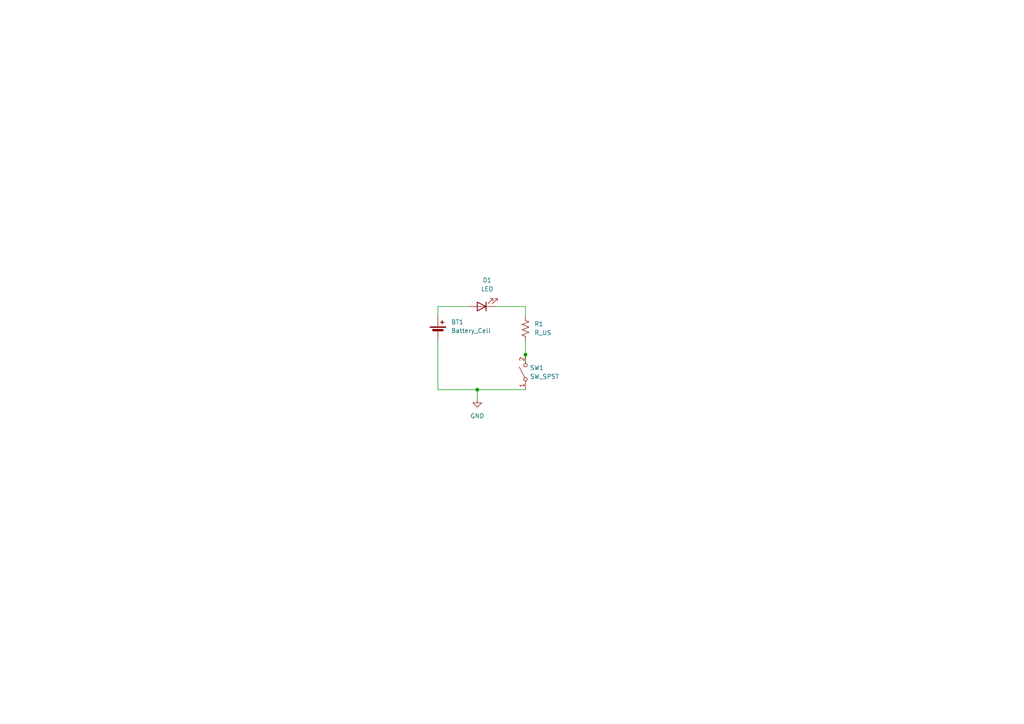
<source format=kicad_sch>
(kicad_sch (version 20231120) (generator "eeschema") (generator_version "8.0")
  (paper "A4")
  (lib_symbols
    (symbol "Device:Battery_Cell" (pin_numbers hide) (pin_names (offset 0) hide)
      (property "Reference" "BT" (at 2.54 2.54 0))
      (property "Value" "Battery_Cell" (at 2.54 0 0))
      (symbol "Battery_Cell_0_1"
        (rectangle (start -2.286 1.778) (end 2.286 1.524) (fill (type outline)))
        (rectangle (start -1.524 1.016) (end 1.524 0.508) (fill (type outline)))
        (polyline (pts (xy 0 0.762) (xy 0 0)))
        (polyline (pts (xy 0 1.778) (xy 0 2.54)))
        (polyline (pts (xy 0.762 3.048) (xy 1.778 3.048)) (stroke (width 0.254)))
        (polyline (pts (xy 1.27 3.556) (xy 1.27 2.54)) (stroke (width 0.254)))
      )
      (symbol "Battery_Cell_1_1"
        (pin passive line (at 0 5.08 270) (length 2.54) (name "+") (number "1"))
        (pin passive line (at 0 -2.54 90) (length 2.54) (name "-") (number "2"))
      )
    )
    (symbol "Device:LED" (pin_numbers hide) (pin_names (offset 1.016) hide)
      (property "Reference" "D" (at 0 2.54 0))
      (property "Value" "LED" (at 0 -2.54 0))
      (symbol "LED_0_1"
        (polyline (pts (xy -1.27 -1.27) (xy -1.27 1.27)) (stroke (width 0.254)))
        (polyline (pts (xy -1.27 0) (xy 1.27 0)))
        (polyline (pts (xy 1.27 -1.27) (xy 1.27 1.27) (xy -1.27 0) (xy 1.27 -1.27)) (stroke (width 0.254)))
        (polyline (pts (xy -3.048 -0.762) (xy -4.572 -2.286) (xy -3.81 -2.286) (xy -4.572 -2.286) (xy -4.572 -1.524)))
        (polyline (pts (xy -1.778 -0.762) (xy -3.302 -2.286) (xy -2.54 -2.286) (xy -3.302 -2.286) (xy -3.302 -1.524)))
      )
      (symbol "LED_1_1"
        (pin passive line (at -3.81 0 0) (length 2.54) (name "K") (number "1"))
        (pin passive line (at 3.81 0 180) (length 2.54) (name "A") (number "2"))
      )
    )
    (symbol "Device:R_US" (pin_numbers hide) (pin_names (offset 0))
      (property "Reference" "R" (at 2.54 0 90))
      (property "Value" "R_US" (at -2.54 0 90))
      (symbol "R_US_0_1"
        (polyline (pts (xy 0 -2.286) (xy 0 -2.54)))
        (polyline (pts (xy 0 2.286) (xy 0 2.54)))
        (polyline (pts (xy 0 -0.762) (xy 1.016 -1.143) (xy 0 -1.524) (xy -1.016 -1.905) (xy 0 -2.286)))
        (polyline (pts (xy 0 0.762) (xy 1.016 0.381) (xy 0 0) (xy -1.016 -0.381) (xy 0 -0.762)))
        (polyline (pts (xy 0 2.286) (xy 1.016 1.905) (xy 0 1.524) (xy -1.016 1.143) (xy 0 0.762)))
      )
      (symbol "R_US_1_1"
        (pin passive line (at 0 3.81 270) (length 1.27) (name "~") (number "1"))
        (pin passive line (at 0 -3.81 90) (length 1.27) (name "~") (number "2"))
      )
    )
    (symbol "Switch:SW_SPST" (pin_names (offset 0) hide)
      (property "Reference" "SW" (at 0 3.175 0))
      (property "Value" "SW_SPST" (at 0 -2.54 0))
      (symbol "SW_SPST_0_0"
        (circle (center -2.032 0) (radius 0.508))
        (polyline (pts (xy -1.524 0.254) (xy 1.524 1.778)))
        (circle (center 2.032 0) (radius 0.508))
      )
      (symbol "SW_SPST_1_1"
        (pin passive line (at -5.08 0 0) (length 2.54) (name "A") (number "1"))
        (pin passive line (at 5.08 0 180) (length 2.54) (name "B") (number "2"))
      )
    )
    (symbol "power:GND" (power) (pin_numbers hide) (pin_names (offset 0) hide)
      (property "Value" "GND" (at 0 -3.81 0))
      (symbol "GND_0_1"
        (polyline (pts (xy 0 0) (xy 0 -1.27) (xy 1.27 -1.27) (xy 0 -2.54) (xy -1.27 -1.27) (xy 0 -1.27)))
      )
      (symbol "GND_1_1"
        (pin power_in line (at 0 0 270) (length 0) (name "~") (number "1"))
      )
    )
  )
  (junction (at 138.43 113.03))
  (junction (at 152.4 102.87))
  (wire (pts (xy 127 91.44) (xy 127 88.9)))
  (wire (pts (xy 152.4 102.87) (xy 152.4 105.41)))
  (wire (pts (xy 127 88.9) (xy 135.89 88.9)))
  (wire (pts (xy 152.4 99.06) (xy 152.4 102.87)))
  (wire (pts (xy 152.4 113.03) (xy 138.43 113.03)))
  (wire (pts (xy 138.43 113.03) (xy 127 113.03)))
  (wire (pts (xy 152.4 88.9) (xy 152.4 91.44)))
  (wire (pts (xy 127 113.03) (xy 127 99.06)))
  (wire (pts (xy 143.51 88.9) (xy 152.4 88.9)))
  (wire (pts (xy 138.43 113.03) (xy 138.43 115.57)))
  (symbol (lib_id "power:GND") (at 138.43 115.57 0) (unit 1)
    (property "Reference" "#PWR01" (effects (hide yes)))
    (property "Value" "GND" (at 138.43 120.65 0))
    (property "Description" "Power symbol creates a global label with name \"GND\" , ground" (effects (hide yes)))
  )
  (symbol (lib_id "Device:R_US") (at 152.4 95.25 0) (unit 1)
    (property "Reference" "R1" (at 154.94 93.9799 0) (effects (justify left)))
    (property "Value" "R_US" (at 154.94 96.5199 0) (effects (justify left)))
    (property "Footprint" "Resistor_SMD:R_2512_6332Metric_Pad1.40x3.35mm_HandSolder" (effects (hide yes)))
    (property "Description" "Resistor, US symbol" (effects (hide yes)))
  )
  (symbol (lib_id "Device:LED") (at 139.7 88.9 180) (unit 1)
    (property "Reference" "D1" (at 141.2875 81.28 0))
    (property "Value" "LED" (at 141.2875 83.82 0))
    (property "Footprint" "LED_SMD:LED_2512_6332Metric" (effects (hide yes)))
    (property "Description" "Light emitting diode" (effects (hide yes)))
  )
  (symbol (lib_id "Device:Battery_Cell") (at 127 96.52 0) (unit 1)
    (property "Reference" "BT1" (at 130.81 93.4084 0) (effects (justify left)))
    (property "Value" "Battery_Cell" (at 130.81 95.9484 0) (effects (justify left)))
    (property "Footprint" "Battery:BatteryHolder_Keystone_103_1x20mm" (effects (hide yes)))
    (property "Description" "Single-cell battery" (effects (hide yes)))
  )
  (symbol (lib_id "Switch:SW_SPST") (at 152.4 107.95 90) (unit 1)
    (property "Reference" "SW1" (at 153.67 106.6799 90) (effects (justify right)))
    (property "Value" "SW_SPST" (at 153.67 109.2199 90) (effects (justify right)))
    (property "Footprint" "Button_Switch_THT:SW_PUSH_6mm" (effects (hide yes)))
    (property "Description" "Single Pole Single Throw (SPST) switch" (effects (hide yes)))
  )
)
</source>
